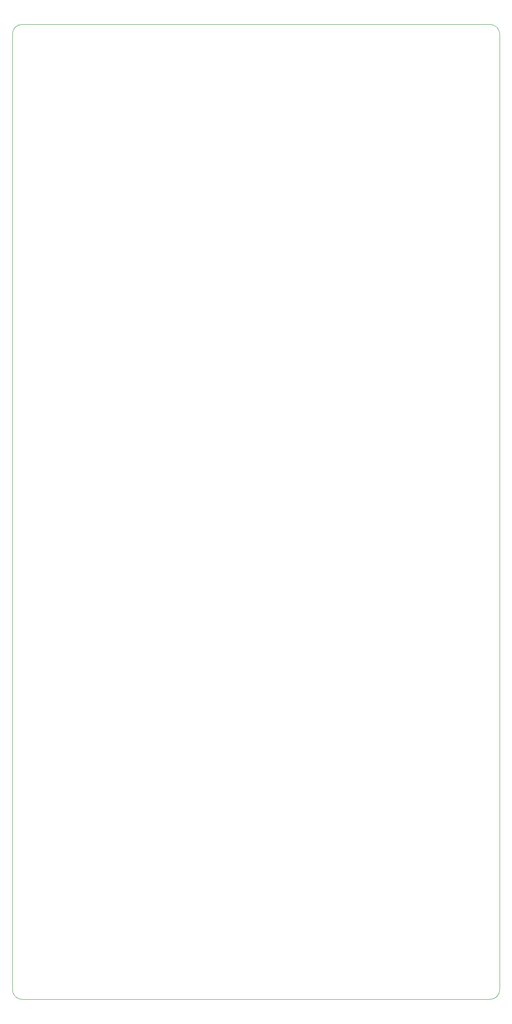
<source format=gm1>
G04 #@! TF.GenerationSoftware,KiCad,Pcbnew,7.0.10*
G04 #@! TF.CreationDate,2024-11-07T19:02:30+09:00*
G04 #@! TF.ProjectId,Flight_Master,466c6967-6874-45f4-9d61-737465722e6b,rev?*
G04 #@! TF.SameCoordinates,Original*
G04 #@! TF.FileFunction,Profile,NP*
%FSLAX46Y46*%
G04 Gerber Fmt 4.6, Leading zero omitted, Abs format (unit mm)*
G04 Created by KiCad (PCBNEW 7.0.10) date 2024-11-07 19:02:30*
%MOMM*%
%LPD*%
G01*
G04 APERTURE LIST*
G04 #@! TA.AperFunction,Profile*
%ADD10C,0.100000*%
G04 #@! TD*
G04 APERTURE END LIST*
D10*
X39000000Y213500000D02*
X135000000Y213500000D01*
X39000000Y213500000D02*
G75*
G03*
X37000000Y211500000I0J-2000000D01*
G01*
X37000000Y15500000D02*
X37000000Y211500000D01*
X137000000Y211500000D02*
X137000000Y15500000D01*
X135000000Y13500000D02*
X39000000Y13500000D01*
X135000000Y13500000D02*
G75*
G03*
X137000000Y15500000I0J2000000D01*
G01*
X137000000Y211500000D02*
G75*
G03*
X135000000Y213500000I-2000000J0D01*
G01*
X37000000Y15500000D02*
G75*
G03*
X39000000Y13500000I2000000J0D01*
G01*
M02*

</source>
